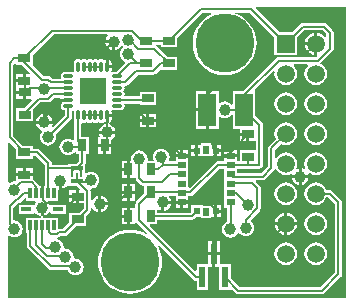
<source format=gtl>
%FSLAX44Y44*%
%MOMM*%
G71*
G01*
G75*
G04 Layer_Physical_Order=1*
G04 Layer_Color=255*
%ADD10R,0.7000X1.0000*%
%ADD11R,0.6000X1.8000*%
%ADD12R,1.5000X2.8000*%
%ADD13R,1.0000X0.7000*%
%ADD14R,0.5700X0.5700*%
%ADD15R,0.4700X0.6700*%
%ADD16R,0.6700X0.5500*%
%ADD17O,0.3000X0.9000*%
%ADD18O,0.9000X0.3000*%
%ADD19R,2.3000X2.3000*%
%ADD20R,0.2000X0.6000*%
%ADD21R,1.0000X0.3000*%
%ADD22R,0.9000X0.3200*%
%ADD23R,0.3000X0.9000*%
%ADD24C,0.2000*%
%ADD25R,1.5000X1.5000*%
%ADD26C,1.5000*%
%ADD27C,5.0000*%
%ADD28C,1.0000*%
G36*
X1866099Y464015D02*
X1864977Y462553D01*
X1864272Y460850D01*
X1864198Y460292D01*
X1871094D01*
Y459025D01*
X1872361D01*
Y452129D01*
X1872919Y452203D01*
X1874621Y452908D01*
X1876084Y454030D01*
X1877206Y455492D01*
X1877206D01*
X1877206D01*
X1878258Y455258D01*
X1878743Y454885D01*
Y453615D01*
X1878258Y453242D01*
X1877135Y451780D01*
X1876430Y450077D01*
X1876190Y448250D01*
X1876430Y446423D01*
X1877135Y444720D01*
X1878258Y443258D01*
X1879720Y442136D01*
X1880312Y441890D01*
X1880560Y440645D01*
X1872983Y433068D01*
X1870740D01*
X1870074Y432936D01*
X1869176Y433834D01*
X1869309Y434500D01*
Y436230D01*
X1865738D01*
Y437497D01*
X1864470D01*
Y443816D01*
X1864375Y443797D01*
X1863240Y443039D01*
X1862106Y443797D01*
X1860740Y444068D01*
X1859374Y443797D01*
X1858240Y443039D01*
X1857106Y443797D01*
X1855740Y444068D01*
X1854375Y443797D01*
X1853240Y443039D01*
X1852106Y443797D01*
X1850740Y444068D01*
X1849374Y443797D01*
X1848240Y443039D01*
X1847106Y443797D01*
X1845740Y444068D01*
X1844375Y443797D01*
X1843240Y443039D01*
X1842106Y443797D01*
X1840740Y444068D01*
X1839374Y443797D01*
X1838217Y443023D01*
X1837443Y441865D01*
X1837171Y440500D01*
Y434500D01*
X1837304Y433834D01*
X1836406Y432936D01*
X1835740Y433068D01*
X1829740D01*
X1828374Y432797D01*
X1827217Y432023D01*
X1826443Y430865D01*
X1826172Y429500D01*
X1826362Y428540D01*
X1825557Y427559D01*
X1819331D01*
X1817977Y428913D01*
X1816984Y429576D01*
X1815814Y429809D01*
X1815814Y429809D01*
X1812017D01*
X1802556Y439270D01*
X1802610Y439400D01*
X1802610D01*
X1802610Y439400D01*
Y447574D01*
X1820227Y465191D01*
X1865196D01*
X1866099Y464015D01*
D02*
G37*
G36*
X1788610Y367934D02*
Y359760D01*
X1802610D01*
Y362201D01*
X1804973D01*
X1812621Y354553D01*
Y351500D01*
X1812621Y351500D01*
X1812621Y351500D01*
Y337000D01*
X1811950D01*
Y330498D01*
X1809410D01*
Y337000D01*
X1808088D01*
X1808006Y337413D01*
X1807740Y337811D01*
X1807343Y338406D01*
X1807343Y338406D01*
X1803826Y341923D01*
X1802834Y342586D01*
X1802610Y342630D01*
Y344990D01*
X1788610D01*
Y341339D01*
X1787655Y340502D01*
X1787087Y340577D01*
X1785260Y340336D01*
X1783557Y339631D01*
X1783229Y339379D01*
X1782090Y339941D01*
Y372795D01*
X1783264Y373281D01*
X1788610Y367934D01*
D02*
G37*
G36*
Y440375D02*
Y439400D01*
X1793774D01*
X1800601Y432573D01*
X1800115Y431400D01*
X1796880D01*
Y425897D01*
X1795612D01*
Y424630D01*
X1788610D01*
Y420400D01*
X1788708D01*
Y417170D01*
X1795711D01*
Y415903D01*
X1796978D01*
Y410400D01*
X1801415D01*
X1801901Y409227D01*
X1795074Y402400D01*
X1788708D01*
Y391400D01*
X1802708D01*
Y401383D01*
X1809017Y407691D01*
X1815814D01*
X1815814Y407691D01*
X1816984Y407924D01*
X1817977Y408587D01*
X1820831Y411441D01*
X1825557D01*
X1826362Y410460D01*
X1826424Y410770D01*
X1832743D01*
Y408230D01*
X1826424D01*
X1826443Y408134D01*
X1827201Y407000D01*
X1826443Y405866D01*
X1826172Y404500D01*
X1826443Y403134D01*
X1827217Y401977D01*
X1828374Y401203D01*
X1829681Y400943D01*
Y396507D01*
X1819834Y386660D01*
X1818779Y387366D01*
X1819320Y388673D01*
X1819393Y389230D01*
X1805607D01*
X1805680Y388673D01*
X1806385Y386970D01*
X1807508Y385508D01*
X1808970Y384385D01*
X1809657Y384101D01*
X1810104Y383519D01*
X1810313Y382739D01*
X1809386Y381530D01*
X1808680Y379827D01*
X1808440Y378000D01*
X1808680Y376173D01*
X1809386Y374470D01*
X1810508Y373008D01*
X1811970Y371885D01*
X1813673Y371180D01*
X1815500Y370940D01*
X1817327Y371180D01*
X1819030Y371885D01*
X1820492Y373008D01*
X1821615Y374470D01*
X1822320Y376173D01*
X1822560Y378000D01*
X1822320Y379827D01*
X1822124Y380299D01*
X1834903Y393077D01*
X1835566Y394070D01*
X1835799Y395240D01*
X1835799Y395240D01*
X1835799Y395240D01*
Y395240D01*
Y400012D01*
X1836972Y400498D01*
X1837304Y400166D01*
X1837171Y399500D01*
Y393500D01*
X1837443Y392135D01*
X1837681Y391778D01*
Y375841D01*
X1836542Y375280D01*
X1835780Y375864D01*
X1834077Y376570D01*
X1832250Y376810D01*
X1830423Y376570D01*
X1828720Y375864D01*
X1827258Y374743D01*
X1826136Y373280D01*
X1825430Y371577D01*
X1825190Y369750D01*
X1825430Y367923D01*
X1826136Y366220D01*
X1827258Y364758D01*
X1828720Y363635D01*
X1830423Y362930D01*
X1832250Y362690D01*
X1834077Y362930D01*
X1835780Y363635D01*
X1837242Y364758D01*
X1837997Y365741D01*
X1839200Y365333D01*
Y364090D01*
X1841641D01*
Y357777D01*
X1838884Y355020D01*
X1832710D01*
Y354579D01*
X1818739D01*
Y355820D01*
X1818506Y356991D01*
X1817843Y357983D01*
X1808403Y367423D01*
X1807410Y368086D01*
X1806240Y368319D01*
X1806240Y368319D01*
X1802610D01*
Y370760D01*
X1794436D01*
X1786109Y379087D01*
Y439533D01*
X1787437Y440861D01*
X1788610Y440375D01*
D02*
G37*
G36*
X2067910Y242090D02*
X1782090D01*
Y294090D01*
X1783229Y294652D01*
X1783557Y294400D01*
X1785260Y293695D01*
X1787087Y293454D01*
X1788915Y293695D01*
X1790617Y294400D01*
X1792080Y295522D01*
X1793202Y296985D01*
X1793907Y298687D01*
X1794148Y300515D01*
X1793907Y302342D01*
X1793202Y304045D01*
X1792080Y305507D01*
X1790617Y306629D01*
X1788915Y307334D01*
X1787087Y307575D01*
X1786309Y308258D01*
Y318483D01*
X1790283Y322458D01*
X1790401D01*
X1790401Y322458D01*
X1791571Y322690D01*
X1792564Y323353D01*
X1796007Y326796D01*
X1797180Y326310D01*
Y324000D01*
X1804653D01*
X1805215Y322861D01*
X1804386Y321780D01*
X1803897Y320600D01*
X1803680D01*
X1803680Y320600D01*
X1803680Y320600D01*
X1790680D01*
Y313400D01*
X1803680D01*
Y313664D01*
X1804883Y314072D01*
X1805508Y313258D01*
X1806970Y312136D01*
X1808673Y311430D01*
X1809230Y311357D01*
Y318253D01*
X1811770D01*
Y311357D01*
X1812327Y311430D01*
X1814030Y312136D01*
X1815493Y313258D01*
X1816478Y314541D01*
X1817680Y314133D01*
Y313400D01*
X1830680D01*
Y320600D01*
X1818214D01*
X1818214Y320600D01*
X1818214Y320600D01*
X1817680Y320600D01*
X1817680D01*
X1817103D01*
X1816615Y321780D01*
X1815493Y323242D01*
X1815750Y324000D01*
X1824180D01*
Y333433D01*
X1825134Y334270D01*
X1824480Y334356D01*
Y341253D01*
X1827020D01*
Y334357D01*
X1827577Y334430D01*
X1829280Y335135D01*
X1830742Y336258D01*
X1831328Y337020D01*
X1832710Y337020D01*
Y337020D01*
X1839569D01*
X1842400Y334190D01*
X1841914Y333017D01*
X1841926D01*
Y327514D01*
Y322016D01*
X1845598D01*
Y317783D01*
X1841830Y314016D01*
X1833656D01*
Y305842D01*
X1828279Y300465D01*
X1824829D01*
X1824829Y300465D01*
X1824180Y300998D01*
Y310000D01*
X1811173D01*
X1811090Y311267D01*
X1810500Y311189D01*
X1809910Y311267D01*
X1809827Y310000D01*
X1797180D01*
Y297000D01*
X1797621D01*
Y286006D01*
X1797621Y286006D01*
X1797854Y284836D01*
X1798517Y283843D01*
X1815759Y266602D01*
X1815759Y266602D01*
X1816354Y266204D01*
X1816751Y265939D01*
X1817922Y265706D01*
X1832210D01*
X1832606Y264749D01*
X1833728Y263287D01*
X1835190Y262165D01*
X1836893Y261460D01*
X1838721Y261219D01*
X1840548Y261460D01*
X1842251Y262165D01*
X1843713Y263287D01*
X1844835Y264749D01*
X1845540Y266452D01*
X1845781Y268279D01*
X1845540Y270107D01*
X1844835Y271810D01*
X1843713Y273272D01*
X1842251Y274394D01*
X1840548Y275099D01*
X1838721Y275340D01*
X1838114Y275260D01*
X1837216Y276158D01*
X1837296Y276765D01*
X1837055Y278592D01*
X1836350Y280295D01*
X1835228Y281757D01*
X1833766Y282879D01*
X1832063Y283584D01*
X1830235Y283825D01*
X1829628Y283745D01*
X1828730Y284643D01*
X1828810Y285250D01*
X1828570Y287077D01*
X1827865Y288780D01*
X1826742Y290242D01*
X1825280Y291364D01*
X1823577Y292070D01*
X1823347Y292369D01*
X1823423Y292941D01*
X1824593Y293174D01*
X1825586Y293837D01*
X1826096Y294347D01*
X1829546D01*
X1829546Y294347D01*
X1830717Y294580D01*
X1831709Y295243D01*
X1839482Y303016D01*
X1847656D01*
Y311190D01*
X1850819Y314353D01*
X1851482Y315345D01*
X1851715Y316516D01*
Y318144D01*
X1852961Y318392D01*
X1853136Y317970D01*
X1854258Y316507D01*
X1855720Y315385D01*
X1857423Y314680D01*
X1857980Y314607D01*
Y321497D01*
Y328393D01*
X1857423Y328320D01*
X1855720Y327615D01*
X1854258Y326492D01*
X1853136Y325030D01*
X1852961Y324608D01*
X1851715Y324856D01*
Y332259D01*
X1851715Y332259D01*
X1851482Y333429D01*
X1851387Y333572D01*
X1851840Y334456D01*
X1851840D01*
Y334456D01*
D01*
X1853668Y334697D01*
X1855371Y335402D01*
X1856833Y336524D01*
X1857955Y337986D01*
X1858660Y339689D01*
X1858901Y341517D01*
X1858660Y343344D01*
X1857955Y345047D01*
X1856833Y346509D01*
X1855371Y347631D01*
X1853668Y348336D01*
X1851840Y348577D01*
X1850013Y348336D01*
X1848310Y347631D01*
X1847908Y347322D01*
X1846769Y347884D01*
Y349262D01*
X1846769Y349263D01*
X1846710Y349558D01*
Y352020D01*
Y354194D01*
X1846863Y354347D01*
X1846863Y354347D01*
X1847260Y354942D01*
X1847526Y355340D01*
X1847759Y356510D01*
Y364090D01*
X1850200D01*
Y378090D01*
X1843799D01*
Y389317D01*
X1844780Y390122D01*
X1845740Y389931D01*
X1847106Y390203D01*
X1848240Y390961D01*
X1849374Y390203D01*
X1850740Y389931D01*
X1852106Y390203D01*
X1853240Y390961D01*
X1854375Y390203D01*
X1855740Y389931D01*
X1857106Y390203D01*
X1858240Y390961D01*
X1859374Y390203D01*
X1860740Y389931D01*
X1862106Y390203D01*
X1863240Y390961D01*
X1864375Y390203D01*
X1864470Y390184D01*
Y396503D01*
X1865738D01*
Y397770D01*
X1869309D01*
Y399500D01*
X1869176Y400166D01*
X1870074Y401064D01*
X1870740Y400932D01*
X1876740D01*
X1878106Y401203D01*
X1879264Y401977D01*
X1880037Y403134D01*
X1880309Y404500D01*
X1880037Y405866D01*
X1880345Y406441D01*
X1893170D01*
Y405320D01*
X1907170D01*
Y416320D01*
X1893170D01*
Y412559D01*
X1880924D01*
X1880118Y413540D01*
X1880309Y414500D01*
X1880037Y415866D01*
X1879279Y417000D01*
X1880037Y418134D01*
X1880309Y419500D01*
X1880037Y420865D01*
X1880750Y421441D01*
X1880750Y421441D01*
Y421441D01*
X1881921Y421674D01*
X1882913Y422337D01*
X1891497Y430921D01*
X1904623D01*
X1904623Y430921D01*
X1905793Y431154D01*
X1906786Y431817D01*
X1910216Y435247D01*
X1910860Y434980D01*
Y434980D01*
X1910860Y434980D01*
X1924860D01*
Y445980D01*
X1916686D01*
X1907523Y455143D01*
X1906531Y455806D01*
X1905380Y456035D01*
Y456421D01*
X1910860D01*
Y453980D01*
X1924860D01*
Y462154D01*
X1946147Y483441D01*
X1953859D01*
X1954107Y482196D01*
X1952717Y481620D01*
X1949094Y479399D01*
X1945862Y476640D01*
X1943102Y473408D01*
X1940882Y469784D01*
X1939255Y465858D01*
X1938263Y461725D01*
X1937930Y457489D01*
X1938263Y453252D01*
X1939255Y449119D01*
X1940882Y445193D01*
X1943102Y441569D01*
X1945862Y438338D01*
X1949094Y435578D01*
X1952717Y433357D01*
X1956644Y431731D01*
X1960776Y430738D01*
X1965013Y430405D01*
X1969250Y430738D01*
X1973382Y431731D01*
X1977309Y433357D01*
X1980932Y435578D01*
X1984164Y438338D01*
X1986924Y441569D01*
X1989145Y445193D01*
X1990771Y449119D01*
X1991763Y453252D01*
X1992097Y457489D01*
X1991763Y461725D01*
X1990771Y465858D01*
X1989145Y469784D01*
X1986924Y473408D01*
X1984164Y476640D01*
X1980932Y479399D01*
X1977309Y481620D01*
X1973382Y483246D01*
X1973405Y483441D01*
X1986193D01*
X2007260Y462374D01*
Y447700D01*
X2026260D01*
Y462374D01*
X2032327Y468441D01*
X2047983D01*
X2051191Y465233D01*
Y463011D01*
X2049989Y462603D01*
X2048935Y463975D01*
X2046951Y465498D01*
X2044640Y466455D01*
X2043430Y466615D01*
Y457197D01*
Y447785D01*
X2042945Y447721D01*
X2043507Y446582D01*
X2042683Y445759D01*
X2010700D01*
X2009530Y445526D01*
X2008537Y444863D01*
X1980994Y417320D01*
X1971960D01*
Y405798D01*
X1970757Y405390D01*
X1970088Y406262D01*
X1968626Y407384D01*
X1966923Y408089D01*
X1965096Y408330D01*
X1963268Y408089D01*
X1961566Y407384D01*
X1961099Y407026D01*
X1959960Y407588D01*
Y417320D01*
X1951730D01*
Y401317D01*
Y385320D01*
X1959960D01*
Y394952D01*
X1961099Y395513D01*
X1961566Y395155D01*
X1963268Y394450D01*
X1965096Y394209D01*
X1966923Y394450D01*
X1968626Y395155D01*
X1970088Y396277D01*
X1970757Y397149D01*
X1971960Y396741D01*
Y385320D01*
X1977780D01*
Y381610D01*
X1984783D01*
Y380343D01*
X1986050D01*
Y374840D01*
X1991294D01*
Y366840D01*
X1977780D01*
Y357482D01*
X1975630D01*
Y357570D01*
Y361050D01*
X1964930D01*
Y357570D01*
Y357482D01*
X1959173D01*
X1958002Y357249D01*
X1957010Y356586D01*
X1957010Y356586D01*
X1935393Y334969D01*
X1934220Y335455D01*
Y341776D01*
Y349673D01*
Y357570D01*
Y361050D01*
X1923520D01*
Y357570D01*
Y357482D01*
X1918659D01*
X1917953Y358538D01*
X1918320Y359423D01*
X1918560Y361250D01*
X1918320Y363077D01*
X1917614Y364780D01*
X1916492Y366242D01*
X1915030Y367365D01*
X1913327Y368070D01*
X1911500Y368310D01*
X1909673Y368070D01*
X1907970Y367365D01*
X1906508Y366242D01*
X1905385Y364780D01*
X1904680Y363077D01*
X1904440Y361250D01*
X1904680Y359423D01*
X1904915Y358856D01*
X1904209Y357800D01*
X1900733D01*
X1899896Y358755D01*
X1900020Y359699D01*
X1899780Y361527D01*
X1899074Y363229D01*
X1897952Y364692D01*
X1896490Y365814D01*
X1894787Y366519D01*
X1892960Y366760D01*
X1891133Y366519D01*
X1889430Y365814D01*
X1887967Y364692D01*
X1886845Y363229D01*
X1886140Y361527D01*
X1885900Y359699D01*
X1886024Y358755D01*
X1885186Y357800D01*
X1884730D01*
Y350797D01*
Y343800D01*
X1888960D01*
Y343800D01*
X1889391D01*
X1889901Y343290D01*
Y343290D01*
Y343290D01*
X1890134Y342120D01*
X1890797Y341127D01*
X1894087Y337837D01*
X1894087Y337837D01*
X1894682Y337440D01*
X1895079Y337174D01*
X1896250Y336941D01*
X1896960D01*
Y330196D01*
X1890337Y323573D01*
X1889674Y322580D01*
X1889441Y321410D01*
X1889441Y321410D01*
Y318170D01*
X1889441D01*
X1888960D01*
X1888543Y318170D01*
X1888543Y318170D01*
Y318170D01*
X1884730D01*
Y311167D01*
Y304170D01*
X1888960D01*
Y305711D01*
X1890175Y306080D01*
X1890337Y305837D01*
X1899279Y296895D01*
X1898493Y295898D01*
X1897296Y296631D01*
X1893369Y298258D01*
X1889237Y299250D01*
X1885000Y299583D01*
X1880763Y299250D01*
X1876631Y298258D01*
X1872704Y296631D01*
X1869081Y294411D01*
X1865849Y291651D01*
X1863089Y288419D01*
X1860869Y284795D01*
X1859242Y280869D01*
X1858250Y276737D01*
X1857917Y272500D01*
X1858250Y268263D01*
X1859242Y264131D01*
X1860869Y260204D01*
X1863089Y256581D01*
X1865849Y253349D01*
X1869081Y250589D01*
X1872704Y248368D01*
X1876631Y246742D01*
X1880763Y245750D01*
X1885000Y245416D01*
X1889237Y245750D01*
X1893369Y246742D01*
X1897296Y248368D01*
X1900919Y250589D01*
X1904151Y253349D01*
X1906911Y256581D01*
X1909132Y260204D01*
X1910758Y264131D01*
X1911750Y268263D01*
X1912083Y272500D01*
X1911750Y276737D01*
X1910758Y280869D01*
X1909132Y284795D01*
X1908398Y285993D01*
X1909395Y286779D01*
X1939097Y257077D01*
Y257077D01*
D01*
Y257077D01*
X1939097Y257077D01*
D01*
D01*
X1939097D01*
X1939097Y257077D01*
Y257077D01*
Y257077D01*
D01*
D01*
X1939097D01*
Y257077D01*
X1940089Y256414D01*
X1941260Y256181D01*
X1941300D01*
Y248240D01*
X1951300D01*
Y268240D01*
X1954530D01*
Y277970D01*
X1950800D01*
Y270240D01*
X1941300D01*
Y265185D01*
X1940127Y264699D01*
X1901829Y302997D01*
X1902315Y304170D01*
X1907960D01*
Y308111D01*
X1937398D01*
X1937398Y308111D01*
X1938568Y308344D01*
X1939561Y309007D01*
X1941046Y310492D01*
X1945220D01*
Y309202D01*
X1953920D01*
Y310492D01*
X1956300D01*
Y315340D01*
Y320192D01*
X1952720D01*
Y319902D01*
X1946420D01*
Y320192D01*
X1936720D01*
Y314818D01*
X1936131Y314229D01*
X1907960D01*
Y316166D01*
X1909099Y316728D01*
X1909220Y316635D01*
X1910923Y315930D01*
X1911480Y315857D01*
Y322752D01*
X1912747D01*
Y324020D01*
X1919643D01*
X1919570Y324577D01*
X1918864Y326280D01*
X1917742Y327742D01*
X1917935Y328311D01*
X1923520D01*
Y325982D01*
Y324105D01*
X1934220D01*
Y325982D01*
Y328311D01*
X1936120D01*
X1936120Y328311D01*
X1937290Y328544D01*
X1938283Y329207D01*
X1960440Y351364D01*
X1964930D01*
Y349673D01*
Y341776D01*
Y333879D01*
Y325982D01*
Y318085D01*
X1967221D01*
Y306426D01*
X1966470Y306115D01*
X1965008Y304993D01*
X1963885Y303530D01*
X1963180Y301827D01*
X1962940Y300000D01*
X1963180Y298173D01*
X1963885Y296470D01*
X1965008Y295008D01*
X1966470Y293885D01*
X1968173Y293180D01*
X1970000Y292940D01*
X1971827Y293180D01*
X1973530Y293885D01*
X1974992Y295008D01*
X1976115Y296470D01*
X1976168Y296598D01*
X1977427Y296764D01*
X1978008Y296008D01*
X1979470Y294886D01*
X1981173Y294180D01*
X1983000Y293940D01*
X1984827Y294180D01*
X1986530Y294886D01*
X1987992Y296008D01*
X1989115Y297470D01*
X1989820Y299173D01*
X1990060Y301000D01*
X1989820Y302827D01*
X1989115Y304530D01*
X1987992Y305993D01*
X1986530Y307115D01*
X1986484Y307345D01*
X1994663Y315523D01*
X1994663Y315523D01*
X1995060Y316118D01*
X1995326Y316516D01*
X1995559Y317686D01*
Y318804D01*
X1995576Y318829D01*
X1995809Y320000D01*
Y334814D01*
X1995809Y334814D01*
X1995809Y334814D01*
Y334814D01*
X1995809D01*
X1995809Y334814D01*
X1995576Y335984D01*
X1995310Y336382D01*
X1994913Y336977D01*
X1994913Y336977D01*
X1991442Y340448D01*
X1991928Y341621D01*
X1997353D01*
X1997353Y341621D01*
X1998523Y341854D01*
X1999516Y342517D01*
X2006663Y349664D01*
X2006663Y349664D01*
X2007303Y350623D01*
X2008573Y350664D01*
X2009984Y348825D01*
X2011969Y347302D01*
X2014280Y346344D01*
X2016760Y346018D01*
X2019240Y346344D01*
X2021362Y347224D01*
X2022370Y346451D01*
X2022307Y345970D01*
X2027930D01*
Y351593D01*
X2027373Y351520D01*
X2026467Y351145D01*
X2025569Y352043D01*
X2026015Y353120D01*
X2026342Y355600D01*
X2026015Y358080D01*
X2025058Y360391D01*
X2023535Y362375D01*
X2021551Y363898D01*
X2019240Y364855D01*
X2016760Y365182D01*
X2014280Y364855D01*
X2011969Y363898D01*
X2009984Y362375D01*
X2008761Y360781D01*
X2007559Y361190D01*
Y367473D01*
X2012548Y372462D01*
X2014280Y371744D01*
X2016760Y371418D01*
X2019240Y371744D01*
X2021551Y372702D01*
X2023535Y374225D01*
X2025058Y376209D01*
X2026015Y378520D01*
X2026342Y381000D01*
X2026015Y383480D01*
X2025058Y385791D01*
X2023535Y387775D01*
X2021551Y389298D01*
X2019240Y390256D01*
X2016760Y390582D01*
X2014280Y390256D01*
X2011969Y389298D01*
X2009984Y387775D01*
X2008462Y385791D01*
X2007504Y383480D01*
X2007178Y381000D01*
X2007504Y378520D01*
X2008222Y376788D01*
X2002337Y370903D01*
X2001674Y369911D01*
X2001441Y368740D01*
X2001441Y368740D01*
Y353094D01*
X1996086Y347739D01*
X1975630D01*
Y349673D01*
Y351364D01*
X1985250D01*
X1985250Y351364D01*
X1985250Y351364D01*
X1994353D01*
X1995524Y351597D01*
X1996516Y352260D01*
X1997179Y353252D01*
X1997412Y354423D01*
Y388427D01*
X1997412Y388427D01*
X1997179Y389598D01*
X1996516Y390590D01*
X1996516Y390590D01*
X1990960Y396146D01*
Y417320D01*
X1990960Y417320D01*
X1990960D01*
X1990575Y418249D01*
X2006244Y433918D01*
X2007383Y433357D01*
X2007178Y431800D01*
X2007504Y429320D01*
X2008462Y427009D01*
X2009984Y425024D01*
X2011969Y423502D01*
X2014280Y422545D01*
X2016760Y422218D01*
X2019240Y422545D01*
X2021551Y423502D01*
X2023535Y425024D01*
X2025058Y427009D01*
X2026015Y429320D01*
X2026342Y431800D01*
X2026015Y434280D01*
X2025058Y436591D01*
X2023535Y438575D01*
X2023897Y439641D01*
X2034767D01*
X2035328Y438502D01*
X2033862Y436591D01*
X2032905Y434280D01*
X2032578Y431800D01*
X2032905Y429320D01*
X2033862Y427009D01*
X2035385Y425024D01*
X2037369Y423502D01*
X2039680Y422545D01*
X2042160Y422218D01*
X2044640Y422545D01*
X2046951Y423502D01*
X2048935Y425024D01*
X2050458Y427009D01*
X2051416Y429320D01*
X2051742Y431800D01*
X2051416Y434280D01*
X2050458Y436591D01*
X2048935Y438575D01*
X2046951Y440098D01*
X2046122Y440441D01*
X2046113Y440537D01*
X2056413Y450837D01*
X2057076Y451829D01*
X2057309Y453000D01*
Y466500D01*
X2057309Y466500D01*
X2057076Y467671D01*
X2056413Y468663D01*
X2051413Y473663D01*
X2050421Y474326D01*
X2049250Y474559D01*
X2049250Y474559D01*
X2031060D01*
X2031060Y474559D01*
X2029890Y474326D01*
X2028897Y473663D01*
X2021934Y466700D01*
X2011586D01*
X1991549Y486737D01*
X1992035Y487910D01*
X2067910D01*
Y242090D01*
D02*
G37*
%LPC*%
G36*
X1882190Y330100D02*
X1877960D01*
Y324370D01*
X1882190D01*
Y330100D01*
D02*
G37*
G36*
X1888960D02*
X1884730D01*
Y324370D01*
X1888960D01*
Y330100D01*
D02*
G37*
G36*
X1839386Y333016D02*
X1833656D01*
Y328786D01*
X1839386D01*
Y333016D01*
D02*
G37*
G36*
Y326246D02*
X1833656D01*
Y322016D01*
X1839386D01*
Y326246D01*
D02*
G37*
G36*
X2016760Y339782D02*
X2014280Y339455D01*
X2011969Y338498D01*
X2009984Y336975D01*
X2008462Y334991D01*
X2007504Y332680D01*
X2007178Y330200D01*
X2007504Y327720D01*
X2008462Y325409D01*
X2009984Y323425D01*
X2011969Y321902D01*
X2014280Y320945D01*
X2016760Y320618D01*
X2019240Y320945D01*
X2021551Y321902D01*
X2023535Y323425D01*
X2025058Y325409D01*
X2026015Y327720D01*
X2026342Y330200D01*
X2026015Y332680D01*
X2025058Y334991D01*
X2023535Y336975D01*
X2021551Y338498D01*
X2019240Y339455D01*
X2016760Y339782D01*
D02*
G37*
G36*
X1860520Y328393D02*
Y322770D01*
X1866143D01*
X1866070Y323327D01*
X1865365Y325030D01*
X1864242Y326492D01*
X1862780Y327615D01*
X1861077Y328320D01*
X1860520Y328393D01*
D02*
G37*
G36*
X1934220Y321565D02*
X1930140D01*
Y318085D01*
X1934220D01*
Y321565D01*
D02*
G37*
G36*
X1794340Y351760D02*
X1788610D01*
Y347530D01*
X1794340D01*
Y351760D01*
D02*
G37*
G36*
X1882190Y349530D02*
X1877960D01*
Y343800D01*
X1882190D01*
Y349530D01*
D02*
G37*
G36*
X2042160Y365182D02*
X2039680Y364855D01*
X2037369Y363898D01*
X2035385Y362375D01*
X2033862Y360391D01*
X2032905Y358080D01*
X2032578Y355600D01*
X2032905Y353120D01*
X2033458Y351783D01*
X2032560Y350885D01*
X2031027Y351520D01*
X2030470Y351593D01*
Y345970D01*
X2036093D01*
X2036020Y346527D01*
X2035860Y346914D01*
X2036867Y347687D01*
X2037369Y347302D01*
X2039680Y346344D01*
X2042160Y346018D01*
X2044640Y346344D01*
X2046951Y347302D01*
X2048935Y348825D01*
X2050458Y350809D01*
X2051416Y353120D01*
X2051742Y355600D01*
X2051416Y358080D01*
X2050458Y360391D01*
X2048935Y362375D01*
X2046951Y363898D01*
X2044640Y364855D01*
X2042160Y365182D01*
D02*
G37*
G36*
X1802610Y351760D02*
X1796880D01*
Y347530D01*
X1802610D01*
Y351760D01*
D02*
G37*
G36*
X1888960Y338370D02*
X1884730D01*
Y332640D01*
X1888960D01*
Y338370D01*
D02*
G37*
G36*
X1882190D02*
X1877960D01*
Y332640D01*
X1882190D01*
Y338370D01*
D02*
G37*
G36*
X2036093Y343430D02*
X2030470D01*
Y337807D01*
X2031027Y337880D01*
X2032730Y338586D01*
X2034192Y339708D01*
X2035314Y341170D01*
X2036020Y342873D01*
X2036093Y343430D01*
D02*
G37*
G36*
X2027930D02*
X2022307D01*
X2022380Y342873D01*
X2023085Y341170D01*
X2024207Y339708D01*
X2025670Y338586D01*
X2027373Y337880D01*
X2027930Y337807D01*
Y343430D01*
D02*
G37*
G36*
X2042160Y314382D02*
X2039680Y314056D01*
X2037369Y313098D01*
X2035385Y311575D01*
X2033862Y309591D01*
X2032905Y307280D01*
X2032578Y304800D01*
X2032905Y302320D01*
X2033862Y300009D01*
X2035385Y298025D01*
X2037369Y296502D01*
X2039680Y295544D01*
X2042160Y295218D01*
X2044640Y295544D01*
X2046951Y296502D01*
X2048935Y298025D01*
X2050458Y300009D01*
X2051416Y302320D01*
X2051742Y304800D01*
X2051416Y307280D01*
X2050458Y309591D01*
X2048935Y311575D01*
X2046951Y313098D01*
X2044640Y314056D01*
X2042160Y314382D01*
D02*
G37*
G36*
X1960800Y290240D02*
X1957070D01*
Y280510D01*
X1960800D01*
Y290240D01*
D02*
G37*
G36*
X2026175Y303530D02*
X2018030D01*
Y295385D01*
X2019240Y295544D01*
X2021551Y296502D01*
X2023535Y298025D01*
X2025058Y300009D01*
X2026015Y302320D01*
X2026175Y303530D01*
D02*
G37*
G36*
X2015490D02*
X2007345D01*
X2007504Y302320D01*
X2008462Y300009D01*
X2009984Y298025D01*
X2011969Y296502D01*
X2014280Y295544D01*
X2015490Y295385D01*
Y303530D01*
D02*
G37*
G36*
X2016760Y288982D02*
X2014280Y288655D01*
X2011969Y287698D01*
X2009984Y286175D01*
X2008462Y284191D01*
X2007504Y281880D01*
X2007178Y279400D01*
X2007504Y276920D01*
X2008462Y274609D01*
X2009984Y272624D01*
X2011969Y271102D01*
X2014280Y270145D01*
X2016760Y269818D01*
X2019240Y270145D01*
X2021551Y271102D01*
X2023535Y272624D01*
X2025058Y274609D01*
X2026015Y276920D01*
X2026342Y279400D01*
X2026015Y281880D01*
X2025058Y284191D01*
X2023535Y286175D01*
X2021551Y287698D01*
X2019240Y288655D01*
X2016760Y288982D01*
D02*
G37*
G36*
X2042160Y339782D02*
X2039680Y339455D01*
X2037369Y338498D01*
X2035385Y336975D01*
X2033862Y334991D01*
X2032905Y332680D01*
X2032578Y330200D01*
X2032905Y327720D01*
X2033862Y325409D01*
X2035385Y323425D01*
X2037369Y321902D01*
X2039680Y320945D01*
X2042160Y320618D01*
X2044640Y320945D01*
X2046951Y321902D01*
X2048935Y323425D01*
X2050458Y325409D01*
X2051176Y327141D01*
X2052783D01*
X2058191Y321733D01*
Y263224D01*
X2046026Y251059D01*
X1977807D01*
X1970300Y258566D01*
Y270240D01*
X1960800D01*
Y277970D01*
X1957070D01*
Y268240D01*
X1960300D01*
Y248240D01*
X1970300D01*
Y248255D01*
X1971473Y248741D01*
X1974377Y245837D01*
X1974377Y245837D01*
X1975370Y245174D01*
X1976540Y244941D01*
X2047293D01*
X2047293Y244941D01*
X2048464Y245174D01*
X2049456Y245837D01*
X2063413Y259794D01*
X2063413Y259794D01*
X2064076Y260786D01*
X2064309Y261957D01*
Y323000D01*
X2064309Y323000D01*
X2064076Y324170D01*
X2063413Y325163D01*
X2063413Y325163D01*
X2056213Y332363D01*
X2055221Y333026D01*
X2054050Y333259D01*
X2054050Y333259D01*
X2051176D01*
X2050458Y334991D01*
X2048935Y336975D01*
X2046951Y338498D01*
X2044640Y339455D01*
X2042160Y339782D01*
D02*
G37*
G36*
X1954530Y290240D02*
X1950800D01*
Y280510D01*
X1954530D01*
Y290240D01*
D02*
G37*
G36*
X2042160Y288982D02*
X2039680Y288655D01*
X2037369Y287698D01*
X2035385Y286175D01*
X2033862Y284191D01*
X2032905Y281880D01*
X2032578Y279400D01*
X2032905Y276920D01*
X2033862Y274609D01*
X2035385Y272624D01*
X2037369Y271102D01*
X2039680Y270145D01*
X2042160Y269818D01*
X2044640Y270145D01*
X2046951Y271102D01*
X2048935Y272624D01*
X2050458Y274609D01*
X2051416Y276920D01*
X2051742Y279400D01*
X2051416Y281880D01*
X2050458Y284191D01*
X2048935Y286175D01*
X2046951Y287698D01*
X2044640Y288655D01*
X2042160Y288982D01*
D02*
G37*
G36*
X1882190Y309900D02*
X1877960D01*
Y304170D01*
X1882190D01*
Y309900D01*
D02*
G37*
G36*
X1919643Y321480D02*
X1914020D01*
Y315857D01*
X1914577Y315930D01*
X1916280Y316635D01*
X1917742Y317758D01*
X1918864Y319220D01*
X1919570Y320923D01*
X1919643Y321480D01*
D02*
G37*
G36*
X1866143Y320230D02*
X1860520D01*
Y314607D01*
X1861077Y314680D01*
X1862780Y315385D01*
X1864242Y316507D01*
X1865365Y317970D01*
X1866070Y319673D01*
X1866143Y320230D01*
D02*
G37*
G36*
X1927600Y321565D02*
X1923520D01*
Y318085D01*
X1927600D01*
Y321565D01*
D02*
G37*
G36*
X1962420Y320192D02*
X1958840D01*
Y316612D01*
X1962420D01*
Y320192D01*
D02*
G37*
G36*
X2018030Y314215D02*
Y306070D01*
X2026175D01*
X2026015Y307280D01*
X2025058Y309591D01*
X2023535Y311575D01*
X2021551Y313098D01*
X2019240Y314056D01*
X2018030Y314215D01*
D02*
G37*
G36*
X2015490D02*
X2014280Y314056D01*
X2011969Y313098D01*
X2009984Y311575D01*
X2008462Y309591D01*
X2007504Y307280D01*
X2007345Y306070D01*
X2015490D01*
Y314215D01*
D02*
G37*
G36*
X1882190Y318170D02*
X1877960D01*
Y312440D01*
X1882190D01*
Y318170D01*
D02*
G37*
G36*
X1962420Y314072D02*
X1958840D01*
Y310492D01*
X1962420D01*
Y314072D01*
D02*
G37*
G36*
X1898900Y397320D02*
X1893170D01*
Y393090D01*
X1898900D01*
Y397320D01*
D02*
G37*
G36*
X1813770Y397393D02*
Y391770D01*
X1819393D01*
X1819320Y392327D01*
X1818615Y394030D01*
X1817493Y395493D01*
X1816030Y396614D01*
X1814327Y397320D01*
X1813770Y397393D01*
D02*
G37*
G36*
X2016760Y415982D02*
X2014280Y415656D01*
X2011969Y414698D01*
X2009984Y413175D01*
X2008462Y411191D01*
X2007504Y408880D01*
X2007178Y406400D01*
X2007504Y403920D01*
X2008462Y401609D01*
X2009984Y399624D01*
X2011969Y398102D01*
X2014280Y397145D01*
X2016760Y396818D01*
X2019240Y397145D01*
X2021551Y398102D01*
X2023535Y399624D01*
X2025058Y401609D01*
X2026015Y403920D01*
X2026342Y406400D01*
X2026015Y408880D01*
X2025058Y411191D01*
X2023535Y413175D01*
X2021551Y414698D01*
X2019240Y415656D01*
X2016760Y415982D01*
D02*
G37*
G36*
X1907170Y397320D02*
X1901440D01*
Y393090D01*
X1907170D01*
Y397320D01*
D02*
G37*
G36*
Y390550D02*
X1901440D01*
Y386320D01*
X1907170D01*
Y390550D01*
D02*
G37*
G36*
X1898900D02*
X1893170D01*
Y386320D01*
X1898900D01*
Y390550D01*
D02*
G37*
G36*
X1811230Y397393D02*
X1810673Y397320D01*
X1808970Y396614D01*
X1807508Y395493D01*
X1806385Y394030D01*
X1805680Y392327D01*
X1805607Y391770D01*
X1811230D01*
Y397393D01*
D02*
G37*
G36*
X1869309Y395230D02*
X1867010D01*
Y390184D01*
X1867106Y390203D01*
X1868264Y390977D01*
X1869037Y392135D01*
X1869309Y393500D01*
Y395230D01*
D02*
G37*
G36*
X2040890Y455930D02*
X2032745D01*
X2032905Y454720D01*
X2033862Y452409D01*
X2035385Y450424D01*
X2037369Y448902D01*
X2039680Y447944D01*
X2040890Y447785D01*
Y455930D01*
D02*
G37*
G36*
X1867010Y443816D02*
Y438770D01*
X1869309D01*
Y440500D01*
X1869037Y441865D01*
X1868264Y443023D01*
X1867106Y443797D01*
X1867010Y443816D01*
D02*
G37*
G36*
X2040890Y466615D02*
X2039680Y466455D01*
X2037369Y465498D01*
X2035385Y463975D01*
X2033862Y461991D01*
X2032905Y459680D01*
X2032745Y458470D01*
X2040890D01*
Y466615D01*
D02*
G37*
G36*
X1869821Y457752D02*
X1864198D01*
X1864272Y457195D01*
X1864977Y455492D01*
X1866099Y454030D01*
X1867561Y452908D01*
X1869264Y452203D01*
X1869821Y452129D01*
Y457752D01*
D02*
G37*
G36*
X1949190Y417320D02*
X1940960D01*
Y402590D01*
X1949190D01*
Y417320D01*
D02*
G37*
G36*
X2042160Y415982D02*
X2039680Y415656D01*
X2037369Y414698D01*
X2035385Y413175D01*
X2033862Y411191D01*
X2032905Y408880D01*
X2032578Y406400D01*
X2032905Y403920D01*
X2033862Y401609D01*
X2035385Y399624D01*
X2037369Y398102D01*
X2039680Y397145D01*
X2042160Y396818D01*
X2044640Y397145D01*
X2046951Y398102D01*
X2048935Y399624D01*
X2050458Y401609D01*
X2051416Y403920D01*
X2051742Y406400D01*
X2051416Y408880D01*
X2050458Y411191D01*
X2048935Y413175D01*
X2046951Y414698D01*
X2044640Y415656D01*
X2042160Y415982D01*
D02*
G37*
G36*
X1794340Y431400D02*
X1788610D01*
Y427170D01*
X1794340D01*
Y431400D01*
D02*
G37*
G36*
X1794438Y414630D02*
X1788708D01*
Y410400D01*
X1794438D01*
Y414630D01*
D02*
G37*
G36*
X1949190Y400050D02*
X1940960D01*
Y385320D01*
X1949190D01*
Y400050D01*
D02*
G37*
G36*
X1934220Y367070D02*
X1930140D01*
Y363590D01*
X1934220D01*
Y367070D01*
D02*
G37*
G36*
X1927600D02*
X1923520D01*
Y363590D01*
X1927600D01*
Y367070D01*
D02*
G37*
G36*
X1975630D02*
X1971550D01*
Y363590D01*
X1975630D01*
Y367070D01*
D02*
G37*
G36*
X1969010D02*
X1964930D01*
Y363590D01*
X1969010D01*
Y367070D01*
D02*
G37*
G36*
X1940300Y365368D02*
X1936720D01*
Y361788D01*
X1940300D01*
Y365368D01*
D02*
G37*
G36*
X1882190Y357800D02*
X1877960D01*
Y352070D01*
X1882190D01*
Y357800D01*
D02*
G37*
G36*
X1962420Y365368D02*
X1958840D01*
Y361788D01*
X1962420D01*
Y365368D01*
D02*
G37*
G36*
X1953920Y372778D02*
X1945220D01*
Y371488D01*
X1942840D01*
Y366636D01*
Y361788D01*
X1946420D01*
Y362078D01*
X1952720D01*
Y361788D01*
X1956300D01*
Y366636D01*
Y371488D01*
X1953920D01*
Y372778D01*
D02*
G37*
G36*
X1872633Y380749D02*
X1858847D01*
X1858920Y380191D01*
X1859353Y379146D01*
X1858648Y378090D01*
X1858200D01*
Y372360D01*
X1869200D01*
Y375875D01*
X1869270Y375904D01*
X1870733Y377026D01*
X1871855Y378488D01*
X1872560Y380191D01*
X1872633Y380749D01*
D02*
G37*
G36*
X2042160Y390582D02*
X2039680Y390256D01*
X2037369Y389298D01*
X2035385Y387775D01*
X2033862Y385791D01*
X2032905Y383480D01*
X2032578Y381000D01*
X2032905Y378520D01*
X2033862Y376209D01*
X2035385Y374225D01*
X2037369Y372702D01*
X2039680Y371744D01*
X2042160Y371418D01*
X2044640Y371744D01*
X2046951Y372702D01*
X2048935Y374225D01*
X2050458Y376209D01*
X2051416Y378520D01*
X2051742Y381000D01*
X2051416Y383480D01*
X2050458Y385791D01*
X2048935Y387775D01*
X2046951Y389298D01*
X2044640Y390256D01*
X2042160Y390582D01*
D02*
G37*
G36*
X1864496Y390178D02*
X1864454Y388910D01*
X1863913Y388838D01*
X1862210Y388133D01*
X1860748Y387011D01*
X1859626Y385549D01*
X1858920Y383846D01*
X1858847Y383289D01*
X1872633D01*
X1872560Y383846D01*
X1871855Y385549D01*
X1870733Y387011D01*
X1869270Y388133D01*
X1867568Y388838D01*
X1867026Y388910D01*
X1866985Y390178D01*
X1865740Y389931D01*
X1864496Y390178D01*
D02*
G37*
G36*
X1983510Y379070D02*
X1977780D01*
Y374840D01*
X1983510D01*
Y379070D01*
D02*
G37*
G36*
X1869200Y369820D02*
X1864970D01*
Y364090D01*
X1869200D01*
Y369820D01*
D02*
G37*
G36*
X1862430D02*
X1858200D01*
Y364090D01*
X1862430D01*
Y369820D01*
D02*
G37*
G36*
X1962420Y371488D02*
X1958840D01*
Y367908D01*
X1962420D01*
Y371488D01*
D02*
G37*
G36*
X1940300D02*
X1936720D01*
Y367908D01*
X1940300D01*
Y371488D01*
D02*
G37*
%LPD*%
D10*
X1883460Y311170D02*
D03*
X1902460D02*
D03*
X1844700Y371090D02*
D03*
X1863700D02*
D03*
X1883460Y331370D02*
D03*
X1902460D02*
D03*
Y350800D02*
D03*
X1883460D02*
D03*
D11*
X1946300Y259240D02*
D03*
X1965300D02*
D03*
X1955800Y279240D02*
D03*
D12*
X1950460Y401320D02*
D03*
X1981460D02*
D03*
D13*
X1984780Y361340D02*
D03*
Y380340D02*
D03*
X1900170Y410820D02*
D03*
Y391820D02*
D03*
X1795610Y444900D02*
D03*
Y425900D02*
D03*
X1795708Y396900D02*
D03*
Y415900D02*
D03*
X1840656Y308516D02*
D03*
Y327516D02*
D03*
X1795610Y365260D02*
D03*
Y346260D02*
D03*
X1917860Y440480D02*
D03*
Y459480D02*
D03*
X1898380Y440480D02*
D03*
Y459480D02*
D03*
D14*
X1941570Y315342D02*
D03*
X1957570D02*
D03*
X1941570Y366638D02*
D03*
X1957570D02*
D03*
D15*
X1949570Y314552D02*
D03*
Y367428D02*
D03*
D16*
X1970280Y362320D02*
D03*
Y354423D02*
D03*
Y346526D02*
D03*
Y338629D02*
D03*
Y330732D02*
D03*
Y322835D02*
D03*
X1928870D02*
D03*
Y330732D02*
D03*
Y338629D02*
D03*
Y346526D02*
D03*
Y354423D02*
D03*
Y362320D02*
D03*
D17*
X1865740Y437500D02*
D03*
X1860740D02*
D03*
X1855740D02*
D03*
X1850740D02*
D03*
X1845740D02*
D03*
X1840740D02*
D03*
Y396500D02*
D03*
X1845740D02*
D03*
X1850740D02*
D03*
X1855740D02*
D03*
X1860740D02*
D03*
X1865740D02*
D03*
D18*
X1832740Y429500D02*
D03*
Y424500D02*
D03*
Y419500D02*
D03*
Y414500D02*
D03*
Y409500D02*
D03*
Y404500D02*
D03*
X1873740D02*
D03*
Y409500D02*
D03*
Y414500D02*
D03*
Y419500D02*
D03*
Y424500D02*
D03*
Y429500D02*
D03*
D19*
X1853240Y417000D02*
D03*
D20*
X1843710Y347020D02*
D03*
X1835710D02*
D03*
X1839710Y345020D02*
D03*
D21*
Y340520D02*
D03*
Y351520D02*
D03*
D22*
X1824180Y317000D02*
D03*
X1797180D02*
D03*
D23*
X1800680Y330500D02*
D03*
X1805680D02*
D03*
X1815680D02*
D03*
X1820680D02*
D03*
Y303500D02*
D03*
X1815680D02*
D03*
X1810680D02*
D03*
X1805680D02*
D03*
X1800680D02*
D03*
X1810680Y330500D02*
D03*
D24*
X1964070Y401320D02*
X1981460D01*
X1843360Y369750D02*
X1844700Y371090D01*
X1832250Y369750D02*
X1843360D01*
X1840740Y375050D02*
Y396500D01*
Y375050D02*
X1844700Y371090D01*
X1964120Y401270D02*
X1965096D01*
X1964070Y401320D02*
X1964120Y401270D01*
X2009043Y446700D02*
X2031660D01*
X1987218Y424875D02*
X2009043Y446700D01*
X2010700Y442700D02*
X2043950D01*
X1981460Y413460D02*
X2010700Y442700D01*
X2043950D02*
X2054250Y453000D01*
X2031660Y446700D02*
X2042160Y457200D01*
X2029200Y344700D02*
X2031250Y346750D01*
X2004500Y351827D02*
Y368740D01*
X1997353Y344680D02*
X2004500Y351827D01*
X1972126Y344680D02*
X1997353D01*
X1994353Y354423D02*
Y388427D01*
X1985250Y354423D02*
X1994353D01*
X1851840Y340840D02*
Y341517D01*
X1851500Y340500D02*
X1851840Y340840D01*
X1783250Y319750D02*
X1789016Y325516D01*
X1783250Y304352D02*
X1787087Y300515D01*
X1783250Y304352D02*
Y319750D01*
X1795385Y330500D02*
X1800680D01*
X1790401Y325516D02*
X1795385Y330500D01*
X1789016Y325516D02*
X1790401D01*
X1880750Y424500D02*
X1890230Y433980D01*
X1873740Y424500D02*
X1880750D01*
X1890230Y433980D02*
X1904623D01*
X1911123Y440480D01*
X1917860D01*
X1981460Y401320D02*
X1994353Y388427D01*
X1970280Y365840D02*
X1971078Y366638D01*
X1970280Y362320D02*
Y365840D01*
X1957570Y366638D02*
X1971078D01*
X1984780Y380340D01*
Y354893D02*
X1985250Y354423D01*
X1970280D02*
X1985250D01*
X1984780Y354893D02*
Y361340D01*
X1992500Y319750D02*
X1992750Y320000D01*
Y334814D01*
X1983000Y308186D02*
X1992500Y317686D01*
X1983000Y301000D02*
Y308186D01*
X1992500Y317686D02*
Y319750D01*
X1970280Y300280D02*
Y322835D01*
X2003960Y292000D02*
X2016760Y304800D01*
X1957570Y293750D02*
X1959320Y292000D01*
X2003960D01*
X2016760Y457200D02*
X2031060Y471500D01*
X2049250D01*
X2054250Y466500D01*
Y453000D02*
Y466500D01*
X1961875Y424875D02*
X1987218D01*
X1981460Y401320D02*
Y413460D01*
X1950460Y401320D02*
Y413460D01*
X1961875Y424875D01*
X1974768Y330732D02*
X1984500Y321000D01*
X1970280Y330732D02*
X1974768D01*
X1829546Y297406D02*
X1840656Y308516D01*
X1824829Y297406D02*
X1829546D01*
X1912673Y354423D02*
Y360077D01*
X1911500Y361250D02*
X1912673Y360077D01*
X1863700Y357550D02*
Y371090D01*
Y357550D02*
X1870450Y350800D01*
X1883460D01*
X1920100Y371090D02*
X1928870Y362320D01*
X1863700Y371090D02*
X1920100D01*
X1918526Y346526D02*
X1928870D01*
X1912000Y340000D02*
X1918526Y346526D01*
X1896250Y340000D02*
X1912000D01*
X1892960Y343290D02*
X1896250Y340000D01*
X1892960Y343290D02*
Y359699D01*
X1902460Y331370D02*
X1928232D01*
X1832740Y395240D02*
Y404500D01*
X1815500Y378000D02*
X1832740Y395240D01*
X1905360Y452980D02*
X1917860Y440480D01*
X1892138Y452980D02*
X1905360D01*
X1884868Y460250D02*
X1892138Y452980D01*
X1883250Y460250D02*
X1884868D01*
X1886564Y468250D02*
X1895334Y459480D01*
X1898380D02*
X1917860D01*
X1884721Y440480D02*
X1891020D01*
X1883250Y448250D02*
X1891020Y440480D01*
X1898380D01*
X1795610Y444900D02*
X1818960Y468250D01*
X1886564D01*
X1895334Y459480D02*
X1898380D01*
X1871091Y459022D02*
X1871478D01*
X1871500Y459000D01*
X1917860Y459480D02*
X1944880Y486500D01*
X1930112Y361078D02*
X1954828D01*
X1912750Y322750D02*
X1912835Y322835D01*
X1928870D01*
X1936120Y331370D02*
X1959173Y354423D01*
X1929507Y331370D02*
X1936120D01*
X1959173Y354423D02*
X1970280D01*
X1928870Y330732D02*
X1929507Y331370D01*
X1943345Y324250D02*
X1949815D01*
X1930285D02*
X1943345D01*
X1823423Y296000D02*
X1824829Y297406D01*
X1835140Y322000D02*
X1840656Y327516D01*
X1813938Y322000D02*
X1835140D01*
X1859750D02*
X1874090D01*
X1813938Y321688D02*
Y322000D01*
X1810500Y318250D02*
X1813938Y321688D01*
X1874090Y322000D02*
X1883460Y331370D01*
X1837968Y351520D02*
X1839710D01*
X1835710Y349263D02*
X1837968Y351520D01*
X1835710Y347020D02*
Y349263D01*
X1839710Y351520D02*
X1841452D01*
X1843710Y349263D01*
Y347020D02*
Y349263D01*
X1839710Y340520D02*
X1839730Y340500D01*
X1851500D01*
X1976540Y248000D02*
X2047293D01*
X1965300Y259240D02*
X1976540Y248000D01*
X2047293D02*
X2061250Y261957D01*
Y323000D01*
X2042160Y355600D02*
X2043150D01*
X1786016Y333516D02*
X1787087D01*
X1786016D02*
X1792260Y339760D01*
X1805180Y331000D02*
Y336243D01*
Y331000D02*
X1805680Y330500D01*
X1801663Y339760D02*
X1805180Y336243D01*
X1792260Y339760D02*
X1801663D01*
X1970280Y346526D02*
X1972126Y344680D01*
X2004500Y368740D02*
X2016760Y381000D01*
X1988064Y339500D02*
X1992750Y334814D01*
X1971151Y339500D02*
X1988064D01*
X1812500Y419500D02*
X1832740D01*
X1873740Y409500D02*
X1898850D01*
X1941260Y259240D02*
X1946300D01*
X1892500Y308000D02*
X1941260Y259240D01*
X1892500Y308000D02*
Y321410D01*
X1902460Y331370D01*
X1928870Y322835D02*
X1930285Y324250D01*
X1949815D02*
X1957570Y316495D01*
Y315342D02*
Y316495D01*
Y293750D02*
Y315342D01*
Y281010D02*
Y293750D01*
X2042160Y330200D02*
X2054050D01*
X2061250Y323000D01*
X1970280Y338629D02*
X1971151Y339500D01*
X1970280Y330732D02*
X1971048Y331500D01*
X1810680Y287320D02*
Y303500D01*
X1805680Y286663D02*
X1815093Y277250D01*
X1805680Y286663D02*
Y303500D01*
X1800680Y286006D02*
X1817922Y268765D01*
X1800680Y286006D02*
Y303500D01*
X1817922Y268765D02*
X1838235D01*
X1815093Y277250D02*
X1829750D01*
X1814000Y284000D02*
X1820500D01*
X1817937Y296000D02*
X1823423D01*
X1810680Y287320D02*
X1814000Y284000D01*
X1816180Y297757D02*
X1817937Y296000D01*
X1816180Y297757D02*
Y303000D01*
X1815680Y303500D02*
X1816180Y303000D01*
X1955960Y279400D02*
X1957570Y281010D01*
X1955800Y279240D02*
X1955960Y279400D01*
X2014323Y457200D02*
X2016760D01*
X1944880Y486500D02*
X1987460D01*
X2016760Y457200D01*
X1954920Y369288D02*
X1957570Y366638D01*
X1954920Y369288D02*
Y372021D01*
X1950460Y376481D02*
X1954920Y372021D01*
X1950460Y376481D02*
Y401320D01*
X1937398Y311170D02*
X1941570Y315342D01*
X1902460Y311170D02*
X1937398D01*
X1954828Y361078D02*
X1969039D01*
X1970280Y362320D01*
X1941570Y361648D02*
Y366638D01*
X1928870Y362320D02*
X1930112Y361078D01*
X1954828D02*
X1957570Y363820D01*
Y366638D01*
X1839710Y340520D02*
X1840395D01*
X1848656Y332259D01*
Y316516D02*
Y332259D01*
X1840656Y308516D02*
X1848656Y316516D01*
X1810680Y330500D02*
X1811180Y330000D01*
Y324758D02*
X1813938Y322000D01*
X1811180Y324758D02*
Y330000D01*
X1815680Y303500D02*
X1816000Y303180D01*
X1815680Y351500D02*
X1815700Y351520D01*
X1815680Y351500D02*
Y355820D01*
Y330500D02*
Y351500D01*
X1812500Y394000D02*
X1828000Y409500D01*
X1819564Y414500D02*
X1832740D01*
X1815814Y410750D02*
X1819564Y414500D01*
X1807750Y410750D02*
X1815814D01*
X1811750Y419500D02*
X1812500Y418750D01*
X1799308Y419500D02*
X1811750D01*
X1815700Y351520D02*
X1839710D01*
X1806240Y365260D02*
X1815680Y355820D01*
X1795610Y346260D02*
X1804990D01*
X1810680Y340570D01*
Y330500D02*
Y340570D01*
X1795610Y365260D02*
X1806240D01*
X1912673Y354423D02*
X1928870D01*
X1909050Y350800D02*
X1912673Y354423D01*
X1902460Y350800D02*
X1909050D01*
X1928232Y331370D02*
X1928870Y330732D01*
X1883460Y350800D02*
Y351330D01*
Y331370D02*
Y350800D01*
Y311170D02*
Y331370D01*
X1839710Y351520D02*
X1844700Y356510D01*
Y371090D01*
X1783050Y377820D02*
X1795610Y365260D01*
X1783050Y377820D02*
Y440800D01*
X1787150Y444900D01*
X1795610D01*
X1865740Y396500D02*
X1895490D01*
X1900170Y391820D01*
X1898850Y409500D02*
X1900170Y410820D01*
X1865740Y437500D02*
Y453240D01*
X1871500Y459000D01*
X1865740Y382019D02*
Y396500D01*
Y373130D02*
Y382019D01*
X1873740Y429500D02*
X1884721Y440480D01*
X1863700Y371090D02*
X1865740Y373130D01*
X1855740Y396500D02*
X1860740D01*
X1850740D02*
X1855740D01*
X1845740D02*
X1850740D01*
X1795708Y398708D02*
X1807750Y410750D01*
X1818064Y424500D02*
X1832740D01*
X1815814Y426750D02*
X1818064Y424500D01*
X1810750Y426750D02*
X1815814D01*
X1795610Y441890D02*
X1810750Y426750D01*
X1812500Y390500D02*
Y394000D01*
X1828000Y409500D02*
X1832740D01*
X1795708Y396900D02*
Y398708D01*
Y415900D02*
X1799308Y419500D01*
X1855740Y437500D02*
X1860740D01*
X1850740D02*
X1855740D01*
X1845740D02*
X1850740D01*
X1795610Y441890D02*
Y444900D01*
Y425900D02*
X1795708Y425802D01*
Y415900D02*
Y425802D01*
D25*
X2016760Y457200D02*
D03*
D26*
X2042160D02*
D03*
X2016760Y431800D02*
D03*
X2042160D02*
D03*
X2016760Y406400D02*
D03*
X2042160D02*
D03*
X2016760Y381000D02*
D03*
X2042160D02*
D03*
X2016760Y355600D02*
D03*
X2042160D02*
D03*
X2016760Y330200D02*
D03*
X2042160D02*
D03*
X2016760Y304800D02*
D03*
X2042160D02*
D03*
X2016760Y279400D02*
D03*
X2042160D02*
D03*
D27*
X1965013Y457489D02*
D03*
X1885000Y272500D02*
D03*
D28*
X1832250Y369750D02*
D03*
X1865740Y382019D02*
D03*
X1851840Y341517D02*
D03*
X1965096Y401270D02*
D03*
X2029200Y344700D02*
D03*
X1859250Y321500D02*
D03*
X1825750Y341250D02*
D03*
X1984500Y321000D02*
D03*
X1983000Y301000D02*
D03*
X1970000Y300000D02*
D03*
X1911500Y361250D02*
D03*
X1892960Y359699D02*
D03*
X1815500Y378000D02*
D03*
X1871091Y459022D02*
D03*
X1883250Y460250D02*
D03*
Y448250D02*
D03*
X1912750Y322750D02*
D03*
X1810500Y318250D02*
D03*
X1787087Y333516D02*
D03*
Y300515D02*
D03*
X1838721Y268279D02*
D03*
X1830235Y276765D02*
D03*
X1821750Y285250D02*
D03*
X1812500Y418750D02*
D03*
Y390500D02*
D03*
M02*

</source>
